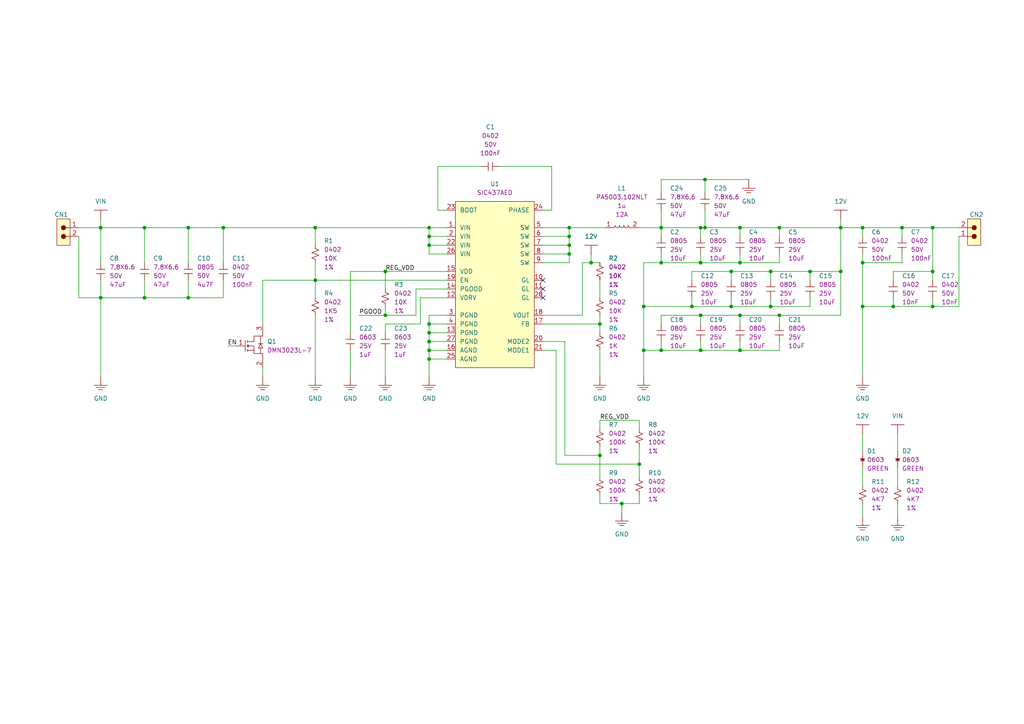
<source format=kicad_sch>
(kicad_sch (version 20211123) (generator eeschema)
  (paper "A4")
  (junction (at 204.47 52.07))
  (junction (at 185.42 134.62))
  (junction (at 64.77 66.04))
  (junction (at 41.91 66.04))
  (junction (at 203.2 76.2))
  (junction (at 203.2 66.04))
  (junction (at 204.47 66.04))
  (junction (at 214.63 101.6))
  (junction (at 261.62 66.04))
  (junction (at 191.77 66.04))
  (junction (at 124.46 93.98))
  (junction (at 212.09 78.74))
  (junction (at 124.46 66.04))
  (junction (at 124.46 71.12))
  (junction (at 124.46 68.58))
  (junction (at 165.1 68.58))
  (junction (at 226.06 66.04))
  (junction (at 223.52 78.74))
  (junction (at 124.46 99.06))
  (junction (at 270.51 66.04))
  (junction (at 250.19 76.2))
  (junction (at 54.61 86.36))
  (junction (at 243.84 66.04))
  (junction (at 173.99 132.08))
  (junction (at 124.46 101.6))
  (junction (at 212.09 88.9))
  (junction (at 203.2 101.6))
  (junction (at 186.69 88.9))
  (junction (at 124.46 104.14))
  (junction (at 54.61 66.04))
  (junction (at 191.77 101.6))
  (junction (at 165.1 66.04))
  (junction (at 29.21 66.04))
  (junction (at 250.19 88.9))
  (junction (at 214.63 91.44))
  (junction (at 250.19 66.04))
  (junction (at 234.95 78.74))
  (junction (at 270.51 78.74))
  (junction (at 91.44 81.28))
  (junction (at 203.2 91.44))
  (junction (at 270.51 88.9))
  (junction (at 124.46 96.52))
  (junction (at 243.84 78.74))
  (junction (at 214.63 66.04))
  (junction (at 41.91 86.36))
  (junction (at 186.69 101.6))
  (junction (at 223.52 88.9))
  (junction (at 91.44 66.04))
  (junction (at 180.34 146.05))
  (junction (at 165.1 71.12))
  (junction (at 191.77 76.2))
  (junction (at 214.63 76.2))
  (junction (at 111.76 78.74))
  (junction (at 111.76 91.44))
  (junction (at 226.06 91.44))
  (junction (at 173.99 93.98))
  (junction (at 200.66 88.9))
  (junction (at 29.21 86.36))
  (junction (at 259.08 88.9))
  (junction (at 171.45 76.2))
  (junction (at 165.1 73.66))
  (no_connect (at 157.48 86.36))
  (no_connect (at 157.48 83.82))
  (no_connect (at 157.48 81.28))
  (wire (pts (xy 160.02 60.96) (xy 157.48 60.96)))
  (wire (pts (xy 200.66 81.28) (xy 200.66 78.74)))
  (wire (pts (xy 111.76 96.52) (xy 111.76 93.98)))
  (wire (pts (xy 54.61 86.36) (xy 64.77 86.36)))
  (wire (pts (xy 124.46 71.12) (xy 124.46 73.66)))
  (wire (pts (xy 129.54 78.74) (xy 111.76 78.74)))
  (wire (pts (xy 101.6 96.52) (xy 101.6 78.74)))
  (wire (pts (xy 234.95 88.9) (xy 234.95 86.36)))
  (wire (pts (xy 127 60.96) (xy 129.54 60.96)))
  (wire (pts (xy 54.61 66.04) (xy 54.61 76.2)))
  (wire (pts (xy 124.46 104.14) (xy 129.54 104.14)))
  (wire (pts (xy 157.48 93.98) (xy 173.99 93.98)))
  (wire (pts (xy 64.77 66.04) (xy 64.77 76.2)))
  (wire (pts (xy 234.95 78.74) (xy 243.84 78.74)))
  (wire (pts (xy 173.99 101.6) (xy 173.99 109.22)))
  (wire (pts (xy 191.77 68.58) (xy 191.77 66.04)))
  (wire (pts (xy 124.46 101.6) (xy 129.54 101.6)))
  (wire (pts (xy 121.92 93.98) (xy 121.92 86.36)))
  (wire (pts (xy 214.63 66.04) (xy 214.63 68.58)))
  (wire (pts (xy 261.62 66.04) (xy 250.19 66.04)))
  (wire (pts (xy 226.06 76.2) (xy 226.06 73.66)))
  (wire (pts (xy 200.66 88.9) (xy 212.09 88.9)))
  (wire (pts (xy 250.19 66.04) (xy 243.84 66.04)))
  (wire (pts (xy 250.19 73.66) (xy 250.19 76.2)))
  (wire (pts (xy 270.51 81.28) (xy 270.51 78.74)))
  (wire (pts (xy 212.09 78.74) (xy 223.52 78.74)))
  (wire (pts (xy 129.54 91.44) (xy 124.46 91.44)))
  (wire (pts (xy 191.77 66.04) (xy 203.2 66.04)))
  (wire (pts (xy 160.02 48.26) (xy 160.02 60.96)))
  (wire (pts (xy 259.08 88.9) (xy 270.51 88.9)))
  (wire (pts (xy 173.99 132.08) (xy 173.99 138.43)))
  (wire (pts (xy 173.99 81.28) (xy 173.99 86.36)))
  (wire (pts (xy 157.48 71.12) (xy 165.1 71.12)))
  (wire (pts (xy 127 48.26) (xy 127 60.96)))
  (wire (pts (xy 203.2 66.04) (xy 203.2 68.58)))
  (wire (pts (xy 260.35 135.89) (xy 260.35 140.97)))
  (wire (pts (xy 163.83 99.06) (xy 163.83 132.08)))
  (wire (pts (xy 173.99 124.46) (xy 173.99 121.92)))
  (wire (pts (xy 214.63 101.6) (xy 226.06 101.6)))
  (wire (pts (xy 223.52 88.9) (xy 234.95 88.9)))
  (wire (pts (xy 270.51 66.04) (xy 261.62 66.04)))
  (wire (pts (xy 41.91 86.36) (xy 54.61 86.36)))
  (wire (pts (xy 165.1 66.04) (xy 165.1 68.58)))
  (wire (pts (xy 200.66 86.36) (xy 200.66 88.9)))
  (wire (pts (xy 214.63 91.44) (xy 226.06 91.44)))
  (wire (pts (xy 234.95 78.74) (xy 234.95 81.28)))
  (wire (pts (xy 270.51 78.74) (xy 259.08 78.74)))
  (wire (pts (xy 191.77 76.2) (xy 186.69 76.2)))
  (wire (pts (xy 250.19 76.2) (xy 261.62 76.2)))
  (wire (pts (xy 270.51 88.9) (xy 270.51 86.36)))
  (wire (pts (xy 191.77 73.66) (xy 191.77 76.2)))
  (wire (pts (xy 41.91 66.04) (xy 54.61 66.04)))
  (wire (pts (xy 22.86 66.04) (xy 29.21 66.04)))
  (wire (pts (xy 165.1 71.12) (xy 165.1 73.66)))
  (wire (pts (xy 124.46 91.44) (xy 124.46 93.98)))
  (wire (pts (xy 22.86 68.58) (xy 22.86 86.36)))
  (wire (pts (xy 204.47 52.07) (xy 204.47 55.88)))
  (wire (pts (xy 214.63 73.66) (xy 214.63 76.2)))
  (wire (pts (xy 223.52 78.74) (xy 223.52 81.28)))
  (wire (pts (xy 212.09 86.36) (xy 212.09 88.9)))
  (wire (pts (xy 171.45 73.66) (xy 171.45 76.2)))
  (wire (pts (xy 124.46 99.06) (xy 129.54 99.06)))
  (wire (pts (xy 226.06 91.44) (xy 226.06 93.98)))
  (wire (pts (xy 111.76 101.6) (xy 111.76 109.22)))
  (wire (pts (xy 29.21 81.28) (xy 29.21 86.36)))
  (wire (pts (xy 29.21 63.5) (xy 29.21 66.04)))
  (wire (pts (xy 29.21 86.36) (xy 41.91 86.36)))
  (wire (pts (xy 191.77 93.98) (xy 191.77 91.44)))
  (wire (pts (xy 180.34 146.05) (xy 180.34 148.59)))
  (wire (pts (xy 203.2 66.04) (xy 204.47 66.04)))
  (wire (pts (xy 64.77 66.04) (xy 91.44 66.04)))
  (wire (pts (xy 250.19 66.04) (xy 250.19 68.58)))
  (wire (pts (xy 185.42 134.62) (xy 185.42 138.43)))
  (wire (pts (xy 243.84 91.44) (xy 243.84 78.74)))
  (wire (pts (xy 261.62 68.58) (xy 261.62 66.04)))
  (wire (pts (xy 204.47 60.96) (xy 204.47 66.04)))
  (wire (pts (xy 120.65 91.44) (xy 120.65 83.82)))
  (wire (pts (xy 41.91 81.28) (xy 41.91 86.36)))
  (wire (pts (xy 124.46 96.52) (xy 124.46 99.06)))
  (wire (pts (xy 259.08 86.36) (xy 259.08 88.9)))
  (wire (pts (xy 214.63 91.44) (xy 214.63 93.98)))
  (wire (pts (xy 111.76 93.98) (xy 121.92 93.98)))
  (wire (pts (xy 191.77 91.44) (xy 203.2 91.44)))
  (wire (pts (xy 121.92 86.36) (xy 129.54 86.36)))
  (wire (pts (xy 203.2 101.6) (xy 214.63 101.6)))
  (wire (pts (xy 191.77 52.07) (xy 204.47 52.07)))
  (wire (pts (xy 124.46 71.12) (xy 129.54 71.12)))
  (wire (pts (xy 124.46 68.58) (xy 129.54 68.58)))
  (wire (pts (xy 173.99 121.92) (xy 185.42 121.92)))
  (wire (pts (xy 173.99 93.98) (xy 173.99 96.52)))
  (wire (pts (xy 157.48 101.6) (xy 161.29 101.6)))
  (wire (pts (xy 157.48 76.2) (xy 165.1 76.2)))
  (wire (pts (xy 250.19 146.05) (xy 250.19 149.86)))
  (wire (pts (xy 104.14 91.44) (xy 111.76 91.44)))
  (wire (pts (xy 259.08 78.74) (xy 259.08 81.28)))
  (wire (pts (xy 226.06 66.04) (xy 243.84 66.04)))
  (wire (pts (xy 186.69 101.6) (xy 191.77 101.6)))
  (wire (pts (xy 22.86 86.36) (xy 29.21 86.36)))
  (wire (pts (xy 191.77 60.96) (xy 191.77 66.04)))
  (wire (pts (xy 161.29 134.62) (xy 185.42 134.62)))
  (wire (pts (xy 163.83 132.08) (xy 173.99 132.08)))
  (wire (pts (xy 243.84 78.74) (xy 243.84 66.04)))
  (wire (pts (xy 120.65 83.82) (xy 129.54 83.82)))
  (wire (pts (xy 186.69 101.6) (xy 186.69 109.22)))
  (wire (pts (xy 180.34 146.05) (xy 185.42 146.05)))
  (wire (pts (xy 157.48 66.04) (xy 165.1 66.04)))
  (wire (pts (xy 161.29 101.6) (xy 161.29 134.62)))
  (wire (pts (xy 157.48 99.06) (xy 163.83 99.06)))
  (wire (pts (xy 29.21 76.2) (xy 29.21 66.04)))
  (wire (pts (xy 185.42 66.04) (xy 191.77 66.04)))
  (wire (pts (xy 124.46 93.98) (xy 129.54 93.98)))
  (wire (pts (xy 171.45 76.2) (xy 173.99 76.2)))
  (wire (pts (xy 250.19 125.73) (xy 250.19 130.81)))
  (wire (pts (xy 226.06 66.04) (xy 226.06 68.58)))
  (wire (pts (xy 91.44 81.28) (xy 91.44 86.36)))
  (wire (pts (xy 91.44 66.04) (xy 124.46 66.04)))
  (wire (pts (xy 165.1 68.58) (xy 165.1 71.12)))
  (wire (pts (xy 261.62 76.2) (xy 261.62 73.66)))
  (wire (pts (xy 204.47 66.04) (xy 214.63 66.04)))
  (wire (pts (xy 76.2 93.98) (xy 76.2 81.28)))
  (wire (pts (xy 165.1 66.04) (xy 175.26 66.04)))
  (wire (pts (xy 173.99 143.51) (xy 173.99 146.05)))
  (wire (pts (xy 223.52 86.36) (xy 223.52 88.9)))
  (wire (pts (xy 250.19 88.9) (xy 259.08 88.9)))
  (wire (pts (xy 111.76 91.44) (xy 120.65 91.44)))
  (wire (pts (xy 91.44 91.44) (xy 91.44 109.22)))
  (wire (pts (xy 124.46 93.98) (xy 124.46 96.52)))
  (wire (pts (xy 76.2 81.28) (xy 91.44 81.28)))
  (wire (pts (xy 200.66 78.74) (xy 212.09 78.74)))
  (wire (pts (xy 101.6 78.74) (xy 111.76 78.74)))
  (wire (pts (xy 185.42 129.54) (xy 185.42 134.62)))
  (wire (pts (xy 124.46 99.06) (xy 124.46 101.6)))
  (wire (pts (xy 173.99 132.08) (xy 173.99 129.54)))
  (wire (pts (xy 270.51 88.9) (xy 278.13 88.9)))
  (wire (pts (xy 111.76 78.74) (xy 111.76 83.82)))
  (wire (pts (xy 214.63 66.04) (xy 226.06 66.04)))
  (wire (pts (xy 168.91 91.44) (xy 168.91 76.2)))
  (wire (pts (xy 124.46 68.58) (xy 124.46 71.12)))
  (wire (pts (xy 212.09 78.74) (xy 212.09 81.28)))
  (wire (pts (xy 101.6 101.6) (xy 101.6 109.22)))
  (wire (pts (xy 185.42 121.92) (xy 185.42 124.46)))
  (wire (pts (xy 226.06 91.44) (xy 243.84 91.44)))
  (wire (pts (xy 157.48 73.66) (xy 165.1 73.66)))
  (wire (pts (xy 260.35 125.73) (xy 260.35 130.81)))
  (wire (pts (xy 157.48 91.44) (xy 168.91 91.44)))
  (wire (pts (xy 191.77 99.06) (xy 191.77 101.6)))
  (wire (pts (xy 203.2 73.66) (xy 203.2 76.2)))
  (wire (pts (xy 203.2 76.2) (xy 214.63 76.2)))
  (wire (pts (xy 212.09 88.9) (xy 223.52 88.9)))
  (wire (pts (xy 124.46 101.6) (xy 124.46 104.14)))
  (wire (pts (xy 157.48 68.58) (xy 165.1 68.58)))
  (wire (pts (xy 226.06 101.6) (xy 226.06 99.06)))
  (wire (pts (xy 186.69 88.9) (xy 200.66 88.9)))
  (wire (pts (xy 91.44 76.2) (xy 91.44 81.28)))
  (wire (pts (xy 270.51 66.04) (xy 278.13 66.04)))
  (wire (pts (xy 124.46 104.14) (xy 124.46 109.22)))
  (wire (pts (xy 91.44 66.04) (xy 91.44 71.12)))
  (wire (pts (xy 173.99 146.05) (xy 180.34 146.05)))
  (wire (pts (xy 223.52 78.74) (xy 234.95 78.74)))
  (wire (pts (xy 111.76 88.9) (xy 111.76 91.44)))
  (wire (pts (xy 203.2 91.44) (xy 203.2 93.98)))
  (wire (pts (xy 185.42 146.05) (xy 185.42 143.51)))
  (wire (pts (xy 139.7 48.26) (xy 127 48.26)))
  (wire (pts (xy 204.47 52.07) (xy 217.17 52.07)))
  (wire (pts (xy 250.19 76.2) (xy 250.19 88.9)))
  (wire (pts (xy 91.44 81.28) (xy 129.54 81.28)))
  (wire (pts (xy 260.35 146.05) (xy 260.35 149.86)))
  (wire (pts (xy 214.63 99.06) (xy 214.63 101.6)))
  (wire (pts (xy 54.61 81.28) (xy 54.61 86.36)))
  (wire (pts (xy 29.21 66.04) (xy 41.91 66.04)))
  (wire (pts (xy 76.2 106.68) (xy 76.2 109.22)))
  (wire (pts (xy 129.54 73.66) (xy 124.46 73.66)))
  (wire (pts (xy 54.61 66.04) (xy 64.77 66.04)))
  (wire (pts (xy 66.04 100.33) (xy 68.58 100.33)))
  (wire (pts (xy 191.77 101.6) (xy 203.2 101.6)))
  (wire (pts (xy 270.51 78.74) (xy 270.51 66.04)))
  (wire (pts (xy 165.1 73.66) (xy 165.1 76.2)))
  (wire (pts (xy 124.46 66.04) (xy 129.54 66.04)))
  (wire (pts (xy 243.84 63.5) (xy 243.84 66.04)))
  (wire (pts (xy 203.2 91.44) (xy 214.63 91.44)))
  (wire (pts (xy 186.69 88.9) (xy 186.69 101.6)))
  (wire (pts (xy 250.19 135.89) (xy 250.19 140.97)))
  (wire (pts (xy 144.78 48.26) (xy 160.02 48.26)))
  (wire (pts (xy 124.46 96.52) (xy 129.54 96.52)))
  (wire (pts (xy 64.77 81.28) (xy 64.77 86.36)))
  (wire (pts (xy 191.77 76.2) (xy 203.2 76.2)))
  (wire (pts (xy 29.21 86.36) (xy 29.21 109.22)))
  (wire (pts (xy 41.91 76.2) (xy 41.91 66.04)))
  (wire (pts (xy 168.91 76.2) (xy 171.45 76.2)))
  (wire (pts (xy 250.19 88.9) (xy 250.19 109.22)))
  (wire (pts (xy 186.69 76.2) (xy 186.69 88.9)))
  (wire (pts (xy 278.13 68.58) (xy 278.13 88.9)))
  (wire (pts (xy 203.2 99.06) (xy 203.2 101.6)))
  (wire (pts (xy 214.63 76.2) (xy 226.06 76.2)))
  (wire (pts (xy 124.46 66.04) (xy 124.46 68.58)))
  (wire (pts (xy 173.99 91.44) (xy 173.99 93.98)))
  (wire (pts (xy 191.77 55.88) (xy 191.77 52.07)))
  (label "EN" (at 66.04 100.33 0))
  (label "PGOOD" (at 104.14 91.44 0))
  (label "REG_VDD" (at 173.99 121.92 0))
  (label "REG_VDD" (at 111.76 78.74 0))
  (symbol (lib_id "INDUCTOR_SMD:PA5003.102NLT") (at 175.26 66.04 0) (unit 1)
    (property "Reference" "L1" (at 180.34 54.61 0))
    (property "Value" "PA5003.102NLT" (effects hide))
    (property "Footprint" "INDUCTOR_SMD:IND_5.5X5.3" (effects hide))
    (property "Datasheet" "https://products.pulseelex.com/files/product_files/P808.pdf" (effects hide))
    (property "Purchase Link" "https://www.digikey.com/en/products/detail/pulse-electronics-power/PA5003-102NLT/8838324" (effects hide))
    (property "P/N" "PA5003.102NLT" (at 180.34 57.15 0))
    (property "MFR" "TDK Corporation" (effects hide))
    (property "Inductance" "1u" (at 180.34 59.69 0))
    (property "Current" "12A" (at 180.34 62.23 0))
    (property "Size" "5.5x5.3mm" (effects hide))
  )
  (symbol (lib_id "RES_0402:Res_1K_0402") (at 173.99 101.6 90) (unit 1)
    (property "Reference" "R6" (at 176.53 95.2499 90) (effects (justify right)))
    (property "Value" "Res_1K_0402" (effects hide))
    (property "Footprint" "RES_SMD:RES_0402_LEAST" (effects hide))
    (property "Datasheet" "https://www.yageo.com/upload/media/product/productsearch/datasheet/rchip/PYu-AC_51_RoHS_L_8.pdf" (effects hide))
    (property "Purchase Link" "https://www.digikey.com/en/products/detail/yageo/AC0402FR-071KL/2827801" (effects hide))
    (property "P/N" "AC0402FR-071KL" (effects hide))
    (property "MFR" "YAGEO" (effects hide))
    (property "Package" "0402" (at 176.53 97.7899 90) (effects (justify right)))
    (property "Power" "1/10W" (effects hide))
    (property "Property" "1K" (at 176.53 100.3299 90) (effects (justify right)))
    (property "Tolerance" "1%" (at 176.53 102.8699 90) (effects (justify right)))
  )
  (symbol (lib_id "CAP_0603:Cap_1u_25V_0603") (at 111.76 101.6 90) (unit 1)
    (property "Reference" "C23" (at 114.3 95.2499 90) (effects (justify right)))
    (property "Value" "Cap_1u_25V_0603" (effects hide))
    (property "Footprint" "CAP_SMD:CAP_0603_LEAST" (effects hide))
    (property "Datasheet" "https://www.murata.com/-/media/webrenewal/support/library/catalog/products/capacitor/ceramiccapacitor/c03e.ashx?la=en-us&cvid=20200707014404000000" (effects hide))
    (property "Purchase Link" "https://www.digikey.com/en/products/detail/murata-electronics/GCM188R71E105KA64J/4903957" (effects hide))
    (property "P/N" "GCM188R71E105KA64J" (effects hide))
    (property "MFR" "Murata Electronics" (effects hide))
    (property "Package" "0603" (at 114.3 97.7899 90) (effects (justify right)))
    (property "Voltage" "25V" (at 114.3 100.3299 90) (effects (justify right)))
    (property "Property" "1uF" (at 114.3 102.8699 90) (effects (justify right)))
    (property "Tolerance" "10%" (effects hide))
  )
  (symbol (lib_id "RES_0402:Res_100K_0402") (at 185.42 129.54 90) (unit 1)
    (property "Reference" "R8" (at 187.96 123.1899 90) (effects (justify right)))
    (property "Value" "Res_100K_0402" (effects hide))
    (property "Footprint" "RES_SMD:RES_0402_LEAST" (effects hide))
    (property "Datasheet" "https://www.yageo.com/upload/media/product/productsearch/datasheet/rchip/PYu-AC_51_RoHS_L_8.pdf" (effects hide))
    (property "Purchase Link" "https://www.digikey.com/en/products/detail/yageo/AC0402FR-07100KL/5895021" (effects hide))
    (property "P/N" "AC0402FR-07100KL" (effects hide))
    (property "MFR" "YAGEO" (effects hide))
    (property "Package" "0402" (at 187.96 125.7299 90) (effects (justify right)))
    (property "Power" "1/10W" (effects hide))
    (property "Property" "100K" (at 187.96 128.2699 90) (effects (justify right)))
    (property "Tolerance" "1%" (at 187.96 130.8099 90) (effects (justify right)))
  )
  (symbol (lib_id "POWER_FLAG:GND") (at 186.69 109.22 0) (unit 1) (in_bom no) (on_board no)
    (property "Reference" "#GND08" (effects hide))
    (property "Value" "GND" (at 186.69 115.57 0))
  )
  (symbol (lib_id "CAP_0805:Cap_10u_25V_0805") (at 214.63 73.66 90) (unit 1)
    (property "Reference" "C4" (at 217.17 67.3099 90) (effects (justify right)))
    (property "Value" "Cap_10u_25V_0805" (effects hide))
    (property "Footprint" "CAP_SMD:CAP_0805_LEAST" (effects hide))
    (property "Datasheet" "https://www.murata.com/-/media/webrenewal/support/library/catalog/products/capacitor/ceramiccapacitor/c03e.ashx?la=en-us&cvid=20200707014404000000" (effects hide))
    (property "Purchase Link" "https://www.digikey.com/en/products/detail/murata-electronics/GRM21BZ71E106KE15L/13904911" (effects hide))
    (property "P/N" "GRM21BZ71E106KE15L" (effects hide))
    (property "MFR" "Murata Electronics" (effects hide))
    (property "Package" "0805" (at 217.17 69.8499 90) (effects (justify right)))
    (property "Voltage" "25V" (at 217.17 72.3899 90) (effects (justify right)))
    (property "Property" "10uF" (at 217.17 74.9299 90) (effects (justify right)))
    (property "Tolerance" "10%" (effects hide))
  )
  (symbol (lib_id "POWER_FLAG:GND") (at 76.2 109.22 0) (unit 1) (in_bom no) (on_board no)
    (property "Reference" "#GND02" (effects hide))
    (property "Value" "GND" (at 76.2 115.57 0))
  )
  (symbol (lib_id "CAP_STACK:Cap_47u_50V_7.8X6.6") (at 191.77 60.96 90) (unit 1)
    (property "Reference" "C24" (at 194.31 54.6099 90) (effects (justify right)))
    (property "Value" "Cap_47u_50V_7.8X6.6" (effects hide))
    (property "Footprint" "CAP_STACK:CAP_STACK_7.8X6.6" (effects hide))
    (property "Datasheet" "https://media.digikey.com/pdf/Data%20Sheets/United%20Chemi-Con%20PDFs/NTJ_Series_2016.pdf" (effects hide))
    (property "Purchase Link" "https://www.digikey.com/en/products/detail/united-chemi-con/KTJ500B476M76BFT00/6189608" (effects hide))
    (property "P/N" "KTJ500B476M76BFT00" (effects hide))
    (property "MFR" "United Chemi-Con" (effects hide))
    (property "Package" "7.8X6.6" (at 194.31 57.1499 90) (effects (justify right)))
    (property "Voltage" "50V" (at 194.31 59.6899 90) (effects (justify right)))
    (property "Property" "47uF" (at 194.31 62.2299 90) (effects (justify right)))
    (property "Tolerance" "20%" (effects hide))
  )
  (symbol (lib_id "POWER_FLAG:12V") (at 171.45 71.12 0) (unit 1) (in_bom no) (on_board no)
    (property "Reference" "#12V02" (effects hide))
    (property "Value" "12V" (at 171.45 68.58 0))
  )
  (symbol (lib_id "LED_0603:LED_GREEN_0603") (at 260.35 135.89 90) (unit 1)
    (property "Reference" "D2" (at 261.62 130.8099 90) (effects (justify right)))
    (property "Value" "LED_GREEN_0603" (effects hide))
    (property "Footprint" "LED_SMD:LED_0603_LEAST" (effects hide))
    (property "Datasheet" "https://media.digikey.com/pdf/Data%20Sheets/Lite-On%20PDFs/LTST-C191GKT.pdf" (effects hide))
    (property "Purchase Link" "https://www.digikey.com/en/products/detail/lite-on-inc/LTST-C191GKT/386829" (effects hide))
    (property "P/N" "LTST-C191GKT" (effects hide))
    (property "MFR" "Lite-On Inc." (effects hide))
    (property "Package" "0603" (at 261.62 133.3499 90) (effects (justify right)))
    (property "Vf" "2.1V" (effects hide))
    (property "Property" "GREEN" (at 261.62 135.8899 90) (effects (justify right)))
  )
  (symbol (lib_id "POWER_FLAG:GND") (at 250.19 109.22 0) (unit 1) (in_bom no) (on_board no)
    (property "Reference" "#GND09" (effects hide))
    (property "Value" "GND" (at 250.19 115.57 0))
  )
  (symbol (lib_id "CAP_0805:Cap_10u_25V_0805") (at 226.06 99.06 90) (unit 1)
    (property "Reference" "C21" (at 228.6 92.7099 90) (effects (justify right)))
    (property "Value" "Cap_10u_25V_0805" (effects hide))
    (property "Footprint" "CAP_SMD:CAP_0805_LEAST" (effects hide))
    (property "Datasheet" "https://www.murata.com/-/media/webrenewal/support/library/catalog/products/capacitor/ceramiccapacitor/c03e.ashx?la=en-us&cvid=20200707014404000000" (effects hide))
    (property "Purchase Link" "https://www.digikey.com/en/products/detail/murata-electronics/GRM21BZ71E106KE15L/13904911" (effects hide))
    (property "P/N" "GRM21BZ71E106KE15L" (effects hide))
    (property "MFR" "Murata Electronics" (effects hide))
    (property "Package" "0805" (at 228.6 95.2499 90) (effects (justify right)))
    (property "Voltage" "25V" (at 228.6 97.7899 90) (effects (justify right)))
    (property "Property" "10uF" (at 228.6 100.3299 90) (effects (justify right)))
    (property "Tolerance" "10%" (effects hide))
  )
  (symbol (lib_id "CONNECTOR_THT:DATAMATE_2P_RA_M80-5000000M5-02-333-00-000") (at 22.86 66.04 0) (mirror y) (unit 1)
    (property "Reference" "CN1" (at 17.78 62.23 0))
    (property "Value" "DATAMATE_2P_RA_M80-5000000M5-02-333-00-000" (effects hide))
    (property "Footprint" "CONNECTOR_THT:DATAMATE_2P_RA_M80-5000000M5-02-333-00-000" (effects hide))
    (property "Datasheet" "https://cdn.harwin.com/pdfs/C005XX_M80_and_M83_Datamate_Series_Connectors.pdf" (effects hide))
    (property "Purchase Link" "https://www.digikey.com/en/products/detail/harwin-inc/M80-5000000M5-02-333-00-000/4953152" (effects hide))
    (property "MFR" "Harwin Inc." (effects hide))
    (property "P/N" "M80-5000000M5-02-333-00-000" (effects hide))
    (property "Positions" "2" (effects hide))
    (property "Pitch" "4" (effects hide))
    (property "Orientation" "Right Angle" (effects hide))
    (property "Series" "Datamate Mix-Tek" (effects hide))
  )
  (symbol (lib_id "CAP_0805:Cap_10u_25V_0805") (at 226.06 73.66 90) (unit 1)
    (property "Reference" "C5" (at 228.6 67.3099 90) (effects (justify right)))
    (property "Value" "Cap_10u_25V_0805" (effects hide))
    (property "Footprint" "CAP_SMD:CAP_0805_LEAST" (effects hide))
    (property "Datasheet" "https://www.murata.com/-/media/webrenewal/support/library/catalog/products/capacitor/ceramiccapacitor/c03e.ashx?la=en-us&cvid=20200707014404000000" (effects hide))
    (property "Purchase Link" "https://www.digikey.com/en/products/detail/murata-electronics/GRM21BZ71E106KE15L/13904911" (effects hide))
    (property "P/N" "GRM21BZ71E106KE15L" (effects hide))
    (property "MFR" "Murata Electronics" (effects hide))
    (property "Package" "0805" (at 228.6 69.8499 90) (effects (justify right)))
    (property "Voltage" "25V" (at 228.6 72.3899 90) (effects (justify right)))
    (property "Property" "10uF" (at 228.6 74.9299 90) (effects (justify right)))
    (property "Tolerance" "10%" (effects hide))
  )
  (symbol (lib_id "CAP_0402:Cap_100n_50V_0402") (at 64.77 81.28 90) (unit 1)
    (property "Reference" "C11" (at 67.31 74.9299 90) (effects (justify right)))
    (property "Value" "Cap_100n_50V_0402" (effects hide))
    (property "Footprint" "CAP_SMD:CAP_0402_LEAST" (effects hide))
    (property "Datasheet" "https://www.murata.com/-/media/webrenewal/support/library/catalog/products/capacitor/ceramiccapacitor/c03e.ashx?la=en-us&cvid=20200707014404000000" (effects hide))
    (property "Purchase Link" "https://www.digikey.com/en/products/detail/murata-electronics/GCM155R71H104KE02J/4903705" (effects hide))
    (property "P/N" "GCM155R71H104KE02J" (effects hide))
    (property "MFR" "Murata Electronics" (effects hide))
    (property "Package" "0402" (at 67.31 77.4699 90) (effects (justify right)))
    (property "Voltage" "50V" (at 67.31 80.0099 90) (effects (justify right)))
    (property "Property" "100nF" (at 67.31 82.5499 90) (effects (justify right)))
    (property "Tolerance" "10%" (effects hide))
  )
  (symbol (lib_id "POWER_FLAG:GND") (at 217.17 52.07 0) (unit 1) (in_bom no) (on_board no)
    (property "Reference" "#GND013" (effects hide))
    (property "Value" "GND" (at 217.17 58.42 0))
  )
  (symbol (lib_id "CAP_0402:Cap_10n_50V_0402") (at 259.08 86.36 90) (unit 1)
    (property "Reference" "C16" (at 261.62 80.0099 90) (effects (justify right)))
    (property "Value" "Cap_10n_50V_0402" (effects hide))
    (property "Footprint" "CAP_SMD:CAP_0402_LEAST" (effects hide))
    (property "Datasheet" "https://www.murata.com/-/media/webrenewal/support/library/catalog/products/capacitor/ceramiccapacitor/c03e.ashx?la=en-us&cvid=20200707014404000000" (effects hide))
    (property "Purchase Link" "https://www.digikey.com/en/products/detail/murata-electronics/GCM155R71H103KA55J/2591297" (effects hide))
    (property "P/N" "GCM155R71H103KA55J" (effects hide))
    (property "MFR" "Murata Electronics" (effects hide))
    (property "Package" "0402" (at 261.62 82.5499 90) (effects (justify right)))
    (property "Voltage" "50V" (at 261.62 85.0899 90) (effects (justify right)))
    (property "Property" "10nF" (at 261.62 87.6299 90) (effects (justify right)))
    (property "Tolerance" "5%" (effects hide))
  )
  (symbol (lib_id "POWER_FLAG:GND") (at 180.34 148.59 0) (unit 1) (in_bom no) (on_board no)
    (property "Reference" "#GND010" (effects hide))
    (property "Value" "GND" (at 180.34 154.94 0))
  )
  (symbol (lib_id "CAP_0805:Cap_10u_25V_0805") (at 203.2 73.66 90) (unit 1)
    (property "Reference" "C3" (at 205.74 67.3099 90) (effects (justify right)))
    (property "Value" "Cap_10u_25V_0805" (effects hide))
    (property "Footprint" "CAP_SMD:CAP_0805_LEAST" (effects hide))
    (property "Datasheet" "https://www.murata.com/-/media/webrenewal/support/library/catalog/products/capacitor/ceramiccapacitor/c03e.ashx?la=en-us&cvid=20200707014404000000" (effects hide))
    (property "Purchase Link" "https://www.digikey.com/en/products/detail/murata-electronics/GRM21BZ71E106KE15L/13904911" (effects hide))
    (property "P/N" "GRM21BZ71E106KE15L" (effects hide))
    (property "MFR" "Murata Electronics" (effects hide))
    (property "Package" "0805" (at 205.74 69.8499 90) (effects (justify right)))
    (property "Voltage" "25V" (at 205.74 72.3899 90) (effects (justify right)))
    (property "Property" "10uF" (at 205.74 74.9299 90) (effects (justify right)))
    (property "Tolerance" "10%" (effects hide))
  )
  (symbol (lib_id "POWER_FLAG:12V") (at 250.19 123.19 0) (unit 1) (in_bom no) (on_board no)
    (property "Reference" "#12V03" (effects hide))
    (property "Value" "12V" (at 250.19 120.65 0))
  )
  (symbol (lib_id "LED_0603:LED_GREEN_0603") (at 250.19 135.89 90) (unit 1)
    (property "Reference" "D1" (at 251.46 130.8099 90) (effects (justify right)))
    (property "Value" "LED_GREEN_0603" (effects hide))
    (property "Footprint" "LED_SMD:LED_0603_LEAST" (effects hide))
    (property "Datasheet" "https://media.digikey.com/pdf/Data%20Sheets/Lite-On%20PDFs/LTST-C191GKT.pdf" (effects hide))
    (property "Purchase Link" "https://www.digikey.com/en/products/detail/lite-on-inc/LTST-C191GKT/386829" (effects hide))
    (property "P/N" "LTST-C191GKT" (effects hide))
    (property "MFR" "Lite-On Inc." (effects hide))
    (property "Package" "0603" (at 251.46 133.3499 90) (effects (justify right)))
    (property "Vf" "2.1V" (effects hide))
    (property "Property" "GREEN" (at 251.46 135.8899 90) (effects (justify right)))
  )
  (symbol (lib_id "RES_0402:Res_1K5_0402") (at 91.44 91.44 90) (unit 1)
    (property "Reference" "R4" (at 93.98 85.0899 90) (effects (justify right)))
    (property "Value" "Res_1K5_0402" (effects hide))
    (property "Footprint" "RES_SMD:RES_0402_LEAST" (effects hide))
    (property "Datasheet" "https://www.yageo.com/upload/media/product/productsearch/datasheet/rchip/PYu-AC_51_RoHS_L_8.pdf" (effects hide))
    (property "Purchase Link" "https://www.digikey.com/en/products/detail/yageo/AC0402FR-071K5L/5895144" (effects hide))
    (property "P/N" "AC0402FR-071K5L" (effects hide))
    (property "MFR" "YAGEO" (effects hide))
    (property "Package" "0402" (at 93.98 87.6299 90) (effects (justify right)))
    (property "Power" "1/10W" (effects hide))
    (property "Property" "1K5" (at 93.98 90.1699 90) (effects (justify right)))
    (property "Tolerance" "1%" (at 93.98 92.7099 90) (effects (justify right)))
  )
  (symbol (lib_id "POWER_FLAG:VIN") (at 260.35 123.19 0) (unit 1) (in_bom no) (on_board no)
    (property "Reference" "#VIN02" (effects hide))
    (property "Value" "VIN" (at 260.35 120.65 0))
  )
  (symbol (lib_id "CAP_STACK:Cap_47u_50V_7.8X6.6") (at 29.21 81.28 90) (unit 1)
    (property "Reference" "C8" (at 31.75 74.9299 90) (effects (justify right)))
    (property "Value" "Cap_47u_50V_7.8X6.6" (effects hide))
    (property "Footprint" "CAP_STACK:CAP_STACK_7.8X6.6" (effects hide))
    (property "Datasheet" "https://media.digikey.com/pdf/Data%20Sheets/United%20Chemi-Con%20PDFs/NTJ_Series_2016.pdf" (effects hide))
    (property "Purchase Link" "https://www.digikey.com/en/products/detail/united-chemi-con/KTJ500B476M76BFT00/6189608" (effects hide))
    (property "P/N" "KTJ500B476M76BFT00" (effects hide))
    (property "MFR" "United Chemi-Con" (effects hide))
    (property "Package" "7.8X6.6" (at 31.75 77.4699 90) (effects (justify right)))
    (property "Voltage" "50V" (at 31.75 80.0099 90) (effects (justify right)))
    (property "Property" "47uF" (at 31.75 82.5499 90) (effects (justify right)))
    (property "Tolerance" "20%" (effects hide))
  )
  (symbol (lib_id "CAP_0805:Cap_10u_25V_0805") (at 214.63 99.06 90) (unit 1)
    (property "Reference" "C20" (at 217.17 92.7099 90) (effects (justify right)))
    (property "Value" "Cap_10u_25V_0805" (effects hide))
    (property "Footprint" "CAP_SMD:CAP_0805_LEAST" (effects hide))
    (property "Datasheet" "https://www.murata.com/-/media/webrenewal/support/library/catalog/products/capacitor/ceramiccapacitor/c03e.ashx?la=en-us&cvid=20200707014404000000" (effects hide))
    (property "Purchase Link" "https://www.digikey.com/en/products/detail/murata-electronics/GRM21BZ71E106KE15L/13904911" (effects hide))
    (property "P/N" "GRM21BZ71E106KE15L" (effects hide))
    (property "MFR" "Murata Electronics" (effects hide))
    (property "Package" "0805" (at 217.17 95.2499 90) (effects (justify right)))
    (property "Voltage" "25V" (at 217.17 97.7899 90) (effects (justify right)))
    (property "Property" "10uF" (at 217.17 100.3299 90) (effects (justify right)))
    (property "Tolerance" "10%" (effects hide))
  )
  (symbol (lib_id "CAP_0805:Cap_10u_25V_0805") (at 203.2 99.06 90) (unit 1)
    (property "Reference" "C19" (at 205.74 92.7099 90) (effects (justify right)))
    (property "Value" "Cap_10u_25V_0805" (effects hide))
    (property "Footprint" "CAP_SMD:CAP_0805_LEAST" (effects hide))
    (property "Datasheet" "https://www.murata.com/-/media/webrenewal/support/library/catalog/products/capacitor/ceramiccapacitor/c03e.ashx?la=en-us&cvid=20200707014404000000" (effects hide))
    (property "Purchase Link" "https://www.digikey.com/en/products/detail/murata-electronics/GRM21BZ71E106KE15L/13904911" (effects hide))
    (property "P/N" "GRM21BZ71E106KE15L" (effects hide))
    (property "MFR" "Murata Electronics" (effects hide))
    (property "Package" "0805" (at 205.74 95.2499 90) (effects (justify right)))
    (property "Voltage" "25V" (at 205.74 97.7899 90) (effects (justify right)))
    (property "Property" "10uF" (at 205.74 100.3299 90) (effects (justify right)))
    (property "Tolerance" "10%" (effects hide))
  )
  (symbol (lib_id "POWER_FLAG:GND") (at 91.44 109.22 0) (unit 1) (in_bom no) (on_board no)
    (property "Reference" "#GND03" (effects hide))
    (property "Value" "GND" (at 91.44 115.57 0))
  )
  (symbol (lib_id "POWER_FLAG:GND") (at 29.21 109.22 0) (unit 1) (in_bom no) (on_board no)
    (property "Reference" "#GND01" (effects hide))
    (property "Value" "GND" (at 29.21 115.57 0))
  )
  (symbol (lib_id "CAP_0805:Cap_10u_25V_0805") (at 191.77 99.06 90) (unit 1)
    (property "Reference" "C18" (at 194.31 92.7099 90) (effects (justify right)))
    (property "Value" "Cap_10u_25V_0805" (effects hide))
    (property "Footprint" "CAP_SMD:CAP_0805_LEAST" (effects hide))
    (property "Datasheet" "https://www.murata.com/-/media/webrenewal/support/library/catalog/products/capacitor/ceramiccapacitor/c03e.ashx?la=en-us&cvid=20200707014404000000" (effects hide))
    (property "Purchase Link" "https://www.digikey.com/en/products/detail/murata-electronics/GRM21BZ71E106KE15L/13904911" (effects hide))
    (property "P/N" "GRM21BZ71E106KE15L" (effects hide))
    (property "MFR" "Murata Electronics" (effects hide))
    (property "Package" "0805" (at 194.31 95.2499 90) (effects (justify right)))
    (property "Voltage" "25V" (at 194.31 97.7899 90) (effects (justify right)))
    (property "Property" "10uF" (at 194.31 100.3299 90) (effects (justify right)))
    (property "Tolerance" "10%" (effects hide))
  )
  (symbol (lib_id "RES_0402:Res_10K_0402") (at 91.44 76.2 90) (unit 1)
    (property "Reference" "R1" (at 93.98 69.8499 90) (effects (justify right)))
    (property "Value" "Res_10K_0402" (effects hide))
    (property "Footprint" "RES_SMD:RES_0402_LEAST" (effects hide))
    (property "Datasheet" "https://www.yageo.com/upload/media/product/productsearch/datasheet/rchip/PYu-AC_51_RoHS_L_8.pdf" (effects hide))
    (property "Purchase Link" "https://www.digikey.com/en/products/detail/yageo/AC0402FR-7W10KL/12698852" (effects hide))
    (property "P/N" "AC0402FR-7W10KL" (effects hide))
    (property "MFR" "YAGEO" (effects hide))
    (property "Package" "0402" (at 93.98 72.3899 90) (effects (justify right)))
    (property "Power" "1/10W" (effects hide))
    (property "Property" "10K" (at 93.98 74.9299 90) (effects (justify right)))
    (property "Tolerance" "1%" (at 93.98 77.4699 90) (effects (justify right)))
  )
  (symbol (lib_id "RES_0402:Res_10K_0402") (at 111.76 88.9 90) (unit 1)
    (property "Reference" "R3" (at 114.3 82.5499 90) (effects (justify right)))
    (property "Value" "Res_10K_0402" (effects hide))
    (property "Footprint" "RES_SMD:RES_0402_LEAST" (effects hide))
    (property "Datasheet" "https://www.yageo.com/upload/media/product/productsearch/datasheet/rchip/PYu-AC_51_RoHS_L_8.pdf" (effects hide))
    (property "Purchase Link" "https://www.digikey.com/en/products/detail/yageo/AC0402FR-7W10KL/12698852" (effects hide))
    (property "P/N" "AC0402FR-7W10KL" (effects hide))
    (property "MFR" "YAGEO" (effects hide))
    (property "Package" "0402" (at 114.3 85.0899 90) (effects (justify right)))
    (property "Power" "1/10W" (effects hide))
    (property "Property" "10K" (at 114.3 87.6299 90) (effects (justify right)))
    (property "Tolerance" "1%" (at 114.3 90.1699 90) (effects (justify right)))
  )
  (symbol (lib_id "RES_0402:Res_100K_0402") (at 185.42 143.51 90) (unit 1)
    (property "Reference" "R10" (at 187.96 137.1599 90) (effects (justify right)))
    (property "Value" "Res_100K_0402" (effects hide))
    (property "Footprint" "RES_SMD:RES_0402_LEAST" (effects hide))
    (property "Datasheet" "https://www.yageo.com/upload/media/product/productsearch/datasheet/rchip/PYu-AC_51_RoHS_L_8.pdf" (effects hide))
    (property "Purchase Link" "https://www.digikey.com/en/products/detail/yageo/AC0402FR-07100KL/5895021" (effects hide))
    (property "P/N" "AC0402FR-07100KL" (effects hide))
    (property "MFR" "YAGEO" (effects hide))
    (property "Package" "0402" (at 187.96 139.6999 90) (effects (justify right)))
    (property "Power" "1/10W" (effects hide))
    (property "Property" "100K" (at 187.96 142.2399 90) (effects (justify right)))
    (property "Tolerance" "1%" (at 187.96 144.7799 90) (effects (justify right)))
  )
  (symbol (lib_id "CAP_0402:Cap_100n_50V_0402") (at 139.7 48.26 0) (unit 1)
    (property "Reference" "C1" (at 142.24 36.83 0))
    (property "Value" "Cap_100n_50V_0402" (effects hide))
    (property "Footprint" "CAP_SMD:CAP_0402_LEAST" (effects hide))
    (property "Datasheet" "https://www.murata.com/-/media/webrenewal/support/library/catalog/products/capacitor/ceramiccapacitor/c03e.ashx?la=en-us&cvid=20200707014404000000" (effects hide))
    (property "Purchase Link" "https://www.digikey.com/en/products/detail/murata-electronics/GCM155R71H104KE02J/4903705" (effects hide))
    (property "P/N" "GCM155R71H104KE02J" (effects hide))
    (property "MFR" "Murata Electronics" (effects hide))
    (property "Package" "0402" (at 142.24 39.37 0))
    (property "Voltage" "50V" (at 142.24 41.91 0))
    (property "Property" "100nF" (at 142.24 44.45 0))
    (property "Tolerance" "10%" (effects hide))
  )
  (symbol (lib_id "POWER_FLAG:GND") (at 173.99 109.22 0) (unit 1) (in_bom no) (on_board no)
    (property "Reference" "#GND07" (effects hide))
    (property "Value" "GND" (at 173.99 115.57 0))
  )
  (symbol (lib_id "NFET_SMD:DMN3023L-7") (at 68.58 100.33 0) (unit 1)
    (property "Reference" "Q1" (at 77.47 99.0599 0) (effects (justify left)))
    (property "Value" "DMN3023L-7" (effects hide))
    (property "Footprint" "PACKAGE_SO:SOT23_3" (effects hide))
    (property "Datasheet" "https://www.diodes.com/assets/Datasheets/DMN3023L.pdf" (effects hide))
    (property "Purchase Link" "https://www.digikey.com/en/products/detail/diodes-incorporated/DMN3023L-7/5453119" (effects hide))
    (property "MFR" "Diodes Incorporated" (effects hide))
    (property "P/N" "DMN3023L-7" (at 77.47 101.5999 0) (effects (justify left)))
    (property "VDS" "30V" (effects hide))
    (property "Id" "6.2A" (effects hide))
    (property "Rds On" "25mOhm" (effects hide))
  )
  (symbol (lib_id "POWER_FLAG:GND") (at 124.46 109.22 0) (unit 1) (in_bom no) (on_board no)
    (property "Reference" "#GND06" (effects hide))
    (property "Value" "GND" (at 124.46 115.57 0))
  )
  (symbol (lib_id "POWER_FLAG:12V") (at 243.84 60.96 0) (unit 1) (in_bom no) (on_board no)
    (property "Reference" "#12V01" (effects hide))
    (property "Value" "12V" (at 243.84 58.42 0))
  )
  (symbol (lib_id "SWITCHING_REG:SIC437AED") (at 129.54 60.96 0) (unit 1)
    (property "Reference" "U1" (at 143.51 53.34 0))
    (property "Value" "SIC437AED" (effects hide))
    (property "Footprint" "PACKAGE_MLP:MLP44_24L" (effects hide))
    (property "Datasheet" "https://www.vishay.com/docs/77863/sic450_sic451_sic453.pdf" (effects hide))
    (property "Purchase Link" "https://www.digikey.com/en/products/detail/vishay-siliconix/SIC437DED-T1-GE3/10244413" (effects hide))
    (property "P/N" "SIC437AED" (at 143.51 55.88 0))
    (property "MFR" "Vishay Siliconix" (effects hide))
    (property "Package" "MLP44_24L" (effects hide))
    (property "Vin" "3 - 28V" (effects hide))
    (property "Vout" "0.6 - 20V" (effects hide))
    (property "Iout" "12A" (effects hide))
  )
  (symbol (lib_id "CONNECTOR_THT:DATAMATE_2P_RA_M80-5000000M5-02-333-00-000") (at 278.13 68.58 0) (mirror x) (unit 1)
    (property "Reference" "CN2" (at 283.21 62.23 0))
    (property "Value" "DATAMATE_2P_RA_M80-5000000M5-02-333-00-000" (effects hide))
    (property "Footprint" "CONNECTOR_THT:DATAMATE_2P_RA_M80-5000000M5-02-333-00-000" (effects hide))
    (property "Datasheet" "https://cdn.harwin.com/pdfs/C005XX_M80_and_M83_Datamate_Series_Connectors.pdf" (effects hide))
    (property "Purchase Link" "https://www.digikey.com/en/products/detail/harwin-inc/M80-5000000M5-02-333-00-000/4953152" (effects hide))
    (property "MFR" "Harwin Inc." (effects hide))
    (property "P/N" "M80-5000000M5-02-333-00-000" (effects hide))
    (property "Positions" "2" (effects hide))
    (property "Pitch" "4" (effects hide))
    (property "Orientation" "Right Angle" (effects hide))
    (property "Series" "Datamate Mix-Tek" (effects hide))
  )
  (symbol (lib_id "CAP_0805:Cap_10u_25V_0805") (at 200.66 86.36 90) (unit 1)
    (property "Reference" "C12" (at 203.2 80.0099 90) (effects (justify right)))
    (property "Value" "Cap_10u_25V_0805" (effects hide))
    (property "Footprint" "CAP_SMD:CAP_0805_LEAST" (effects hide))
    (property "Datasheet" "https://www.murata.com/-/media/webrenewal/support/library/catalog/products/capacitor/ceramiccapacitor/c03e.ashx?la=en-us&cvid=20200707014404000000" (effects hide))
    (property "Purchase Link" "https://www.digikey.com/en/products/detail/murata-electronics/GRM21BZ71E106KE15L/13904911" (effects hide))
    (property "P/N" "GRM21BZ71E106KE15L" (effects hide))
    (property "MFR" "Murata Electronics" (effects hide))
    (property "Package" "0805" (at 203.2 82.5499 90) (effects (justify right)))
    (property "Voltage" "25V" (at 203.2 85.0899 90) (effects (justify right)))
    (property "Property" "10uF" (at 203.2 87.6299 90) (effects (justify right)))
    (property "Tolerance" "10%" (effects hide))
  )
  (symbol (lib_id "POWER_FLAG:GND") (at 111.76 109.22 0) (unit 1) (in_bom no) (on_board no)
    (property "Reference" "#GND05" (effects hide))
    (property "Value" "GND" (at 111.76 115.57 0))
  )
  (symbol (lib_id "CAP_0402:Cap_10n_50V_0402") (at 270.51 86.36 90) (unit 1)
    (property "Reference" "C17" (at 273.05 80.0099 90) (effects (justify right)))
    (property "Value" "Cap_10n_50V_0402" (effects hide))
    (property "Footprint" "CAP_SMD:CAP_0402_LEAST" (effects hide))
    (property "Datasheet" "https://www.murata.com/-/media/webrenewal/support/library/catalog/products/capacitor/ceramiccapacitor/c03e.ashx?la=en-us&cvid=20200707014404000000" (effects hide))
    (property "Purchase Link" "https://www.digikey.com/en/products/detail/murata-electronics/GCM155R71H103KA55J/2591297" (effects hide))
    (property "P/N" "GCM155R71H103KA55J" (effects hide))
    (property "MFR" "Murata Electronics" (effects hide))
    (property "Package" "0402" (at 273.05 82.5499 90) (effects (justify right)))
    (property "Voltage" "50V" (at 273.05 85.0899 90) (effects (justify right)))
    (property "Property" "10nF" (at 273.05 87.6299 90) (effects (justify right)))
    (property "Tolerance" "5%" (effects hide))
  )
  (symbol (lib_id "RES_0402:Res_4K7_0402") (at 260.35 146.05 90) (unit 1)
    (property "Reference" "R12" (at 262.89 139.6999 90) (effects (justify right)))
    (property "Value" "Res_4K7_0402" (effects hide))
    (property "Footprint" "RES_SMD:RES_0402_LEAST" (effects hide))
    (property "Datasheet" "https://www.yageo.com/upload/media/product/productsearch/datasheet/rchip/PYu-AC_51_RoHS_L_8.pdf" (effects hide))
    (property "Purchase Link" "https://www.digikey.com/en/products/detail/yageo/AC0402FR-074K7L/5895396" (effects hide))
    (property "P/N" "AC0402FR-074K7L" (effects hide))
    (property "MFR" "YAGEO" (effects hide))
    (property "Package" "0402" (at 262.89 142.2399 90) (effects (justify right)))
    (property "Power" "1/10W" (effects hide))
    (property "Property" "4K7" (at 262.89 144.7799 90) (effects (justify right)))
    (property "Tolerance" "1%" (at 262.89 147.3199 90) (effects (justify right)))
  )
  (symbol (lib_id "RES_0402:Res_100K_0402") (at 173.99 143.51 90) (unit 1)
    (property "Reference" "R9" (at 176.53 137.1599 90) (effects (justify right)))
    (property "Value" "Res_100K_0402" (effects hide))
    (property "Footprint" "RES_SMD:RES_0402_LEAST" (effects hide))
    (property "Datasheet" "https://www.yageo.com/upload/media/product/productsearch/datasheet/rchip/PYu-AC_51_RoHS_L_8.pdf" (effects hide))
    (property "Purchase Link" "https://www.digikey.com/en/products/detail/yageo/AC0402FR-07100KL/5895021" (effects hide))
    (property "P/N" "AC0402FR-07100KL" (effects hide))
    (property "MFR" "YAGEO" (effects hide))
    (property "Package" "0402" (at 176.53 139.6999 90) (effects (justify right)))
    (property "Power" "1/10W" (effects hide))
    (property "Property" "100K" (at 176.53 142.2399 90) (effects (justify right)))
    (property "Tolerance" "1%" (at 176.53 144.7799 90) (effects (justify right)))
  )
  (symbol (lib_id "RES_0402:Res_100K_0402") (at 173.99 129.54 90) (unit 1)
    (property "Reference" "R7" (at 176.53 123.1899 90) (effects (justify right)))
    (property "Value" "Res_100K_0402" (effects hide))
    (property "Footprint" "RES_SMD:RES_0402_LEAST" (effects hide))
    (property "Datasheet" "https://www.yageo.com/upload/media/product/productsearch/datasheet/rchip/PYu-AC_51_RoHS_L_8.pdf" (effects hide))
    (property "Purchase Link" "https://www.digikey.com/en/products/detail/yageo/AC0402FR-07100KL/5895021" (effects hide))
    (property "P/N" "AC0402FR-07100KL" (effects hide))
    (property "MFR" "YAGEO" (effects hide))
    (property "Package" "0402" (at 176.53 125.7299 90) (effects (justify right)))
    (property "Power" "1/10W" (effects hide))
    (property "Property" "100K" (at 176.53 128.2699 90) (effects (justify right)))
    (property "Tolerance" "1%" (at 176.53 130.8099 90) (effects (justify right)))
  )
  (symbol (lib_id "CAP_0805:Cap_10u_25V_0805") (at 212.09 86.36 90) (unit 1)
    (property "Reference" "C13" (at 214.63 80.0099 90) (effects (justify right)))
    (property "Value" "Cap_10u_25V_0805" (effects hide))
    (property "Footprint" "CAP_SMD:CAP_0805_LEAST" (effects hide))
    (property "Datasheet" "https://www.murata.com/-/media/webrenewal/support/library/catalog/products/capacitor/ceramiccapacitor/c03e.ashx?la=en-us&cvid=20200707014404000000" (effects hide))
    (property "Purchase Link" "https://www.digikey.com/en/products/detail/murata-electronics/GRM21BZ71E106KE15L/13904911" (effects hide))
    (property "P/N" "GRM21BZ71E106KE15L" (effects hide))
    (property "MFR" "Murata Electronics" (effects hide))
    (property "Package" "0805" (at 214.63 82.5499 90) (effects (justify right)))
    (property "Voltage" "25V" (at 214.63 85.0899 90) (effects (justify right)))
    (property "Property" "10uF" (at 214.63 87.6299 90) (effects (justify right)))
    (property "Tolerance" "10%" (effects hide))
  )
  (symbol (lib_id "CAP_0805:Cap_4u7_50V_0805") (at 54.61 81.28 90) (unit 1)
    (property "Reference" "C10" (at 57.15 74.9299 90) (effects (justify right)))
    (property "Value" "Cap_4u7_50V_0805" (effects hide))
    (property "Footprint" "CAP_SMD:CAP_0805_LEAST" (effects hide))
    (property "Datasheet" "https://www.murata.com/-/media/webrenewal/support/library/catalog/products/capacitor/ceramiccapacitor/c03e.ashx?la=en-us&cvid=20200707014404000000" (effects hide))
    (property "Purchase Link" "https://www.digikey.com/en/products/detail/murata-electronics/GRM21BZ71H475KE15K/13904908" (effects hide))
    (property "P/N" "GRM21BZ71H475KE15K" (effects hide))
    (property "MFR" "Murata Electronics" (effects hide))
    (property "Package" "0805" (at 57.15 77.4699 90) (effects (justify right)))
    (property "Voltage" "50V" (at 57.15 80.0099 90) (effects (justify right)))
    (property "Property" "4u7F" (at 57.15 82.5499 90) (effects (justify right)))
    (property "Tolerance" "10%" (effects hide))
  )
  (symbol (lib_id "CAP_0402:Cap_100n_50V_0402") (at 261.62 73.66 90) (unit 1)
    (property "Reference" "C7" (at 264.16 67.3099 90) (effects (justify right)))
    (property "Value" "Cap_100n_50V_0402" (effects hide))
    (property "Footprint" "CAP_SMD:CAP_0402_LEAST" (effects hide))
    (property "Datasheet" "https://www.murata.com/-/media/webrenewal/support/library/catalog/products/capacitor/ceramiccapacitor/c03e.ashx?la=en-us&cvid=20200707014404000000" (effects hide))
    (property "Purchase Link" "https://www.digikey.com/en/products/detail/murata-electronics/GCM155R71H104KE02J/4903705" (effects hide))
    (property "P/N" "GCM155R71H104KE02J" (effects hide))
    (property "MFR" "Murata Electronics" (effects hide))
    (property "Package" "0402" (at 264.16 69.8499 90) (effects (justify right)))
    (property "Voltage" "50V" (at 264.16 72.3899 90) (effects (justify right)))
    (property "Property" "100nF" (at 264.16 74.9299 90) (effects (justify right)))
    (property "Tolerance" "10%" (effects hide))
  )
  (symbol (lib_id "CAP_STACK:Cap_47u_50V_7.8X6.6") (at 41.91 81.28 90) (unit 1)
    (property "Reference" "C9" (at 44.45 74.9299 90) (effects (justify right)))
    (property "Value" "Cap_47u_50V_7.8X6.6" (effects hide))
    (property "Footprint" "CAP_STACK:CAP_STACK_7.8X6.6" (effects hide))
    (property "Datasheet" "https://media.digikey.com/pdf/Data%20Sheets/United%20Chemi-Con%20PDFs/NTJ_Series_2016.pdf" (effects hide))
    (property "Purchase Link" "https://www.digikey.com/en/products/detail/united-chemi-con/KTJ500B476M76BFT00/6189608" (effects hide))
    (property "P/N" "KTJ500B476M76BFT00" (effects hide))
    (property "MFR" "United Chemi-Con" (effects hide))
    (property "Package" "7.8X6.6" (at 44.45 77.4699 90) (effects (justify right)))
    (property "Voltage" "50V" (at 44.45 80.0099 90) (effects (justify right)))
    (property "Property" "47uF" (at 44.45 82.5499 90) (effects (justify right)))
    (property "Tolerance" "20%" (effects hide))
  )
  (symbol (lib_id "CAP_0805:Cap_10u_25V_0805") (at 234.95 86.36 90) (unit 1)
    (property "Reference" "C15" (at 237.49 80.0099 90) (effects (justify right)))
    (property "Value" "Cap_10u_25V_0805" (effects hide))
    (property "Footprint" "CAP_SMD:CAP_0805_LEAST" (effects hide))
    (property "Datasheet" "https://www.murata.com/-/media/webrenewal/support/library/catalog/products/capacitor/ceramiccapacitor/c03e.ashx?la=en-us&cvid=20200707014404000000" (effects hide))
    (property "Purchase Link" "https://www.digikey.com/en/products/detail/murata-electronics/GRM21BZ71E106KE15L/13904911" (effects hide))
    (property "P/N" "GRM21BZ71E106KE15L" (effects hide))
    (property "MFR" "Murata Electronics" (effects hide))
    (property "Package" "0805" (at 237.49 82.5499 90) (effects (justify right)))
    (property "Voltage" "25V" (at 237.49 85.0899 90) (effects (justify right)))
    (property "Property" "10uF" (at 237.49 87.6299 90) (effects (justify right)))
    (property "Tolerance" "10%" (effects hide))
  )
  (symbol (lib_id "RES_0402:Res_10K_0402") (at 173.99 81.28 90) (unit 1)
    (property "Reference" "R2" (at 176.53 74.9299 90) (effects (justify right)))
    (property "Value" "Res_10K_0402" (effects hide))
    (property "Footprint" "RES_SMD:RES_0402_LEAST" (effects hide))
    (property "Datasheet" "https://www.yageo.com/upload/media/product/productsearch/datasheet/rchip/PYu-AC_51_RoHS_L_8.pdf" (effects hide))
    (property "Purchase Link" "https://www.digikey.com/en/products/detail/yageo/AC0402FR-7W10KL/12698852" (effects hide))
    (property "P/N" "AC0402FR-7W10KL" (effects hide))
    (property "MFR" "YAGEO" (effects hide))
    (property "Package" "0402" (at 176.53 77.4699 90) (effects (justify right)))
    (property "Power" "1/10W" (effects hide))
    (property "Property" "10K" (at 176.53 80.0099 90) (effects (justify right)))
    (property "Tolerance" "1%" (at 176.53 82.5499 90) (effects (justify right)))
  )
  (symbol (lib_id "RES_0402:Res_10K_0402") (at 173.99 91.44 90) (unit 1)
    (property "Reference" "R5" (at 176.53 85.0899 90) (effects (justify right)))
    (property "Value" "Res_10K_0402" (effects hide))
    (property "Footprint" "RES_SMD:RES_0402_LEAST" (effects hide))
    (property "Datasheet" "https://www.yageo.com/upload/media/product/productsearch/datasheet/rchip/PYu-AC_51_RoHS_L_8.pdf" (effects hide))
    (property "Purchase Link" "https://www.digikey.com/en/products/detail/yageo/AC0402FR-7W10KL/12698852" (effects hide))
    (property "P/N" "AC0402FR-7W10KL" (effects hide))
    (property "MFR" "YAGEO" (effects hide))
    (property "Package" "0402" (at 176.53 87.6299 90) (effects (justify right)))
    (property "Power" "1/10W" (effects hide))
    (property "Property" "10K" (at 176.53 90.1699 90) (effects (justify right)))
    (property "Tolerance" "1%" (at 176.53 92.7099 90) (effects (justify right)))
  )
  (symbol (lib_id "CAP_0805:Cap_10u_25V_0805") (at 191.77 73.66 90) (unit 1)
    (property "Reference" "C2" (at 194.31 67.3099 90) (effects (justify right)))
    (property "Value" "Cap_10u_25V_0805" (effects hide))
    (property "Footprint" "CAP_SMD:CAP_0805_LEAST" (effects hide))
    (property "Datasheet" "https://www.murata.com/-/media/webrenewal/support/library/catalog/products/capacitor/ceramiccapacitor/c03e.ashx?la=en-us&cvid=20200707014404000000" (effects hide))
    (property "Purchase Link" "https://www.digikey.com/en/products/detail/murata-electronics/GRM21BZ71E106KE15L/13904911" (effects hide))
    (property "P/N" "GRM21BZ71E106KE15L" (effects hide))
    (property "MFR" "Murata Electronics" (effects hide))
    (property "Package" "0805" (at 194.31 69.8499 90) (effects (justify right)))
    (property "Voltage" "25V" (at 194.31 72.3899 90) (effects (justify right)))
    (property "Property" "10uF" (at 194.31 74.9299 90) (effects (justify right)))
    (property "Tolerance" "10%" (effects hide))
  )
  (symbol (lib_id "CAP_0603:Cap_1u_25V_0603") (at 101.6 101.6 90) (unit 1)
    (property "Reference" "C22" (at 104.14 95.2499 90) (effects (justify right)))
    (property "Value" "Cap_1u_25V_0603" (effects hide))
    (property "Footprint" "CAP_SMD:CAP_0603_LEAST" (effects hide))
    (property "Datasheet" "https://www.murata.com/-/media/webrenewal/support/library/catalog/products/capacitor/ceramiccapacitor/c03e.ashx?la=en-us&cvid=20200707014404000000" (effects hide))
    (property "Purchase Link" "https://www.digikey.com/en/products/detail/murata-electronics/GCM188R71E105KA64J/4903957" (effects hide))
    (property "P/N" "GCM188R71E105KA64J" (effects hide))
    (property "MFR" "Murata Electronics" (effects hide))
    (property "Package" "0603" (at 104.14 97.7899 90) (effects (justify right)))
    (property "Voltage" "25V" (at 104.14 100.3299 90) (effects (justify right)))
    (property "Property" "1uF" (at 104.14 102.8699 90) (effects (justify right)))
    (property "Tolerance" "10%" (effects hide))
  )
  (symbol (lib_id "POWER_FLAG:GND") (at 260.35 149.86 0) (unit 1) (in_bom no) (on_board no)
    (property "Reference" "#GND012" (effects hide))
    (property "Value" "GND" (at 260.35 156.21 0))
  )
  (symbol (lib_id "CAP_0402:Cap_100n_50V_0402") (at 250.19 73.66 90) (unit 1)
    (property "Reference" "C6" (at 252.73 67.3099 90) (effects (justify right)))
    (property "Value" "Cap_100n_50V_0402" (effects hide))
    (property "Footprint" "CAP_SMD:CAP_0402_LEAST" (effects hide))
    (property "Datasheet" "https://www.murata.com/-/media/webrenewal/support/library/catalog/products/capacitor/ceramiccapacitor/c03e.ashx?la=en-us&cvid=20200707014404000000" (effects hide))
    (property "Purchase Link" "https://www.digikey.com/en/products/detail/murata-electronics/GCM155R71H104KE02J/4903705" (effects hide))
    (property "P/N" "GCM155R71H104KE02J" (effects hide))
    (property "MFR" "Murata Electronics" (effects hide))
    (property "Package" "0402" (at 252.73 69.8499 90) (effects (justify right)))
    (property "Voltage" "50V" (at 252.73 72.3899 90) (effects (justify right)))
    (property "Property" "100nF" (at 252.73 74.9299 90) (effects (justify right)))
    (property "Tolerance" "10%" (effects hide))
  )
  (symbol (lib_id "POWER_FLAG:GND") (at 101.6 109.22 0) (unit 1) (in_bom no) (on_board no)
    (property "Reference" "#GND04" (effects hide))
    (property "Value" "GND" (at 101.6 115.57 0))
  )
  (symbol (lib_id "RES_0402:Res_4K7_0402") (at 250.19 146.05 90) (unit 1)
    (property "Reference" "R11" (at 252.73 139.6999 90) (effects (justify right)))
    (property "Value" "Res_4K7_0402" (effects hide))
    (property "Footprint" "RES_SMD:RES_0402_LEAST" (effects hide))
    (property "Datasheet" "https://www.yageo.com/upload/media/product/productsearch/datasheet/rchip/PYu-AC_51_RoHS_L_8.pdf" (effects hide))
    (property "Purchase Link" "https://www.digikey.com/en/products/detail/yageo/AC0402FR-074K7L/5895396" (effects hide))
    (property "P/N" "AC0402FR-074K7L" (effects hide))
    (property "MFR" "YAGEO" (effects hide))
    (property "Package" "0402" (at 252.73 142.2399 90) (effects (justify right)))
    (property "Power" "1/10W" (effects hide))
    (property "Property" "4K7" (at 252.73 144.7799 90) (effects (justify right)))
    (property "Tolerance" "1%" (at 252.73 147.3199 90) (effects (justify right)))
  )
  (symbol (lib_id "POWER_FLAG:VIN") (at 29.21 60.96 0) (unit 1) (in_bom no) (on_board no)
    (property "Reference" "#VIN01" (effects hide))
    (property "Value" "VIN" (at 29.21 58.42 0))
  )
  (symbol (lib_id "CAP_STACK:Cap_47u_50V_7.8X6.6") (at 204.47 60.96 90) (unit 1)
    (property "Reference" "C25" (at 207.01 54.6099 90) (effects (justify right)))
    (property "Value" "Cap_47u_50V_7.8X6.6" (effects hide))
    (property "Footprint" "CAP_STACK:CAP_STACK_7.8X6.6" (effects hide))
    (property "Datasheet" "https://media.digikey.com/pdf/Data%20Sheets/United%20Chemi-Con%20PDFs/NTJ_Series_2016.pdf" (effects hide))
    (property "Purchase Link" "https://www.digikey.com/en/products/detail/united-chemi-con/KTJ500B476M76BFT00/6189608" (effects hide))
    (property "P/N" "KTJ500B476M76BFT00" (effects hide))
    (property "MFR" "United Chemi-Con" (effects hide))
    (property "Package" "7.8X6.6" (at 207.01 57.1499 90) (effects (justify right)))
    (property "Voltage" "50V" (at 207.01 59.6899 90) (effects (justify right)))
    (property "Property" "47uF" (at 207.01 62.2299 90) (effects (justify right)))
    (property "Tolerance" "20%" (effects hide))
  )
  (symbol (lib_id "POWER_FLAG:GND") (at 250.19 149.86 0) (unit 1) (in_bom no) (on_board no)
    (property "Reference" "#GND011" (effects hide))
    (property "Value" "GND" (at 250.19 156.21 0))
  )
  (symbol (lib_id "CAP_0805:Cap_10u_25V_0805") (at 223.52 86.36 90) (unit 1)
    (property "Reference" "C14" (at 226.06 80.0099 90) (effects (justify right)))
    (property "Value" "Cap_10u_25V_0805" (effects hide))
    (property "Footprint" "CAP_SMD:CAP_0805_LEAST" (effects hide))
    (property "Datasheet" "https://www.murata.com/-/media/webrenewal/support/library/catalog/products/capacitor/ceramiccapacitor/c03e.ashx?la=en-us&cvid=20200707014404000000" (effects hide))
    (property "Purchase Link" "https://www.digikey.com/en/products/detail/murata-electronics/GRM21BZ71E106KE15L/13904911" (effects hide))
    (property "P/N" "GRM21BZ71E106KE15L" (effects hide))
    (property "MFR" "Murata Electronics" (effects hide))
    (property "Package" "0805" (at 226.06 82.5499 90) (effects (justify right)))
    (property "Voltage" "25V" (at 226.06 85.0899 90) (effects (justify right)))
    (property "Property" "10uF" (at 226.06 87.6299 90) (effects (justify right)))
    (property "Tolerance" "10%" (effects hide))
  )
)
</source>
